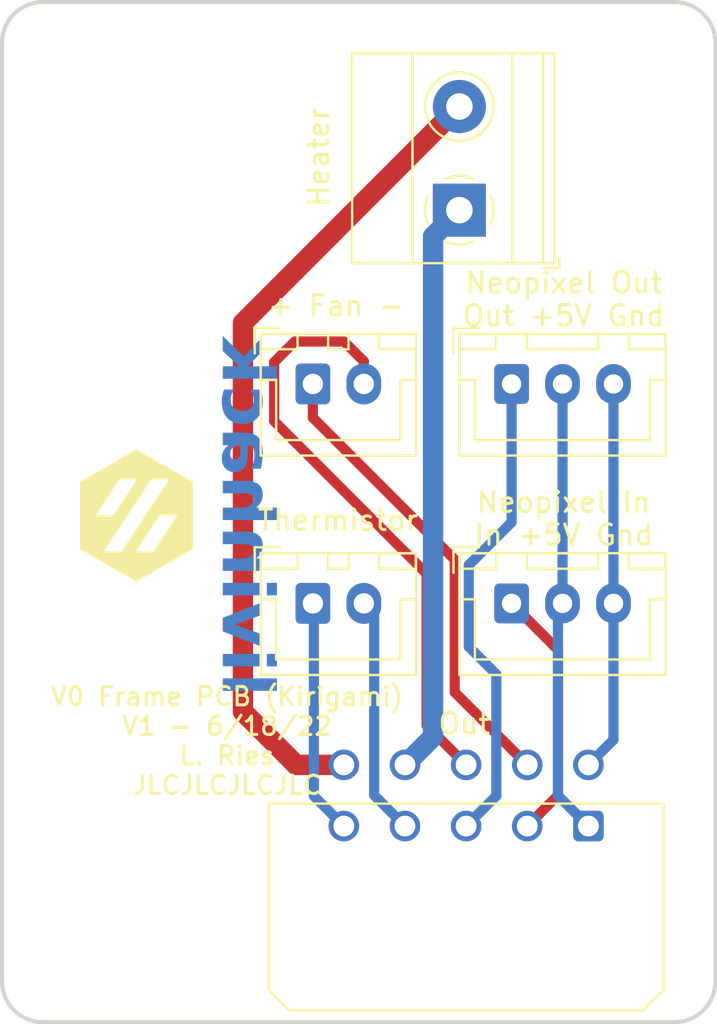
<source format=kicad_pcb>
(kicad_pcb (version 20221018) (generator pcbnew)
  (layers (0 "F.Cu" signal) (31 "B.Cu" signal) (34 "B.Paste" user) (35 "F.Paste" user) (36 "B.SilkS" user "B.Silkscreen") (37 "F.SilkS" user "F.Silkscreen") (38 "B.Mask" user) (39 "F.Mask" user) (44 "Edge.Cuts" user))
  (net 0 "")
  (net 1 "/Neopixel5V")
  (net 2 "/DataIn")
  (net 3 "/DataOut")
  (net 4 "/Thermistor-Pad2")
  (net 5 "/Thermistor-Pad1")
  (net 6 "/NeopixelGND")
  (net 7 "/Fan+")
  (net 8 "/Fan-")
  (net 9 "/Heater-Pad1")
  (net 10 "/Heater-Pad2")
  (footprint "MountingHole:MountingHole_3.2mm_M3" (layer "F.Cu") (at 252 69)
    (fp_text reference "H2" hide)
    (fp_text value "MountingHole_3.2mm_M3" hide)
    (pad "" np_thru_hole circle (at 0 0) (size 3.2 3.2) (drill 3.2) (layers "*.Cu" "*.Mask"))
  )
  (footprint "Connector_JST:JST_XH_B3B-XH-A_1x03_P2.50mm_Vertical" (layer "F.Cu") (at 270.5 43.72)
    (fp_text reference "J2" hide)
    (fp_text value "Neopixel out" hide)
    (fp_line (start -2.85 -2.75) (end -2.85 -1.5) (stroke (width 0.12)) (layer "F.SilkS"))
    (fp_line (start -2.56 -2.46) (end -2.56 3.51) (stroke (width 0.12)) (layer "F.SilkS"))
    (fp_line (start -2.56 3.51) (end 7.56 3.51) (stroke (width 0.12)) (layer "F.SilkS"))
    (fp_line (start -2.55 -2.45) (end -2.55 -1.7) (stroke (width 0.12)) (layer "F.SilkS"))
    (fp_line (start -2.55 -1.7) (end -0.75 -1.7) (stroke (width 0.12)) (layer "F.SilkS"))
    (fp_line (start -2.55 -0.2) (end -1.8 -0.2) (stroke (width 0.12)) (layer "F.SilkS"))
    (fp_line (start -1.8 -0.2) (end -1.8 2.75) (stroke (width 0.12)) (layer "F.SilkS"))
    (fp_line (start -1.8 2.75) (end 2.5 2.75) (stroke (width 0.12)) (layer "F.SilkS"))
    (fp_line (start -1.6 -2.75) (end -2.85 -2.75) (stroke (width 0.12)) (layer "F.SilkS"))
    (fp_line (start -0.75 -2.45) (end -2.55 -2.45) (stroke (width 0.12)) (layer "F.SilkS"))
    (fp_line (start -0.75 -1.7) (end -0.75 -2.45) (stroke (width 0.12)) (layer "F.SilkS"))
    (fp_line (start 0.75 -2.45) (end 0.75 -1.7) (stroke (width 0.12)) (layer "F.SilkS"))
    (fp_line (start 0.75 -1.7) (end 4.25 -1.7) (stroke (width 0.12)) (layer "F.SilkS"))
    (fp_line (start 4.25 -2.45) (end 0.75 -2.45) (stroke (width 0.12)) (layer "F.SilkS"))
    (fp_line (start 4.25 -1.7) (end 4.25 -2.45) (stroke (width 0.12)) (layer "F.SilkS"))
    (fp_line (start 5.75 -2.45) (end 5.75 -1.7) (stroke (width 0.12)) (layer "F.SilkS"))
    (fp_line (start 5.75 -1.7) (end 7.55 -1.7) (stroke (width 0.12)) (layer "F.SilkS"))
    (fp_line (start 6.8 -0.2) (end 6.8 2.75) (stroke (width 0.12)) (layer "F.SilkS"))
    (fp_line (start 6.8 2.75) (end 2.5 2.75) (stroke (width 0.12)) (layer "F.SilkS"))
    (fp_line (start 7.55 -2.45) (end 5.75 -2.45) (stroke (width 0.12)) (layer "F.SilkS"))
    (fp_line (start 7.55 -1.7) (end 7.55 -2.45) (stroke (width 0.12)) (layer "F.SilkS"))
    (fp_line (start 7.55 -0.2) (end 6.8 -0.2) (stroke (width 0.12)) (layer "F.SilkS"))
    (fp_line (start 7.56 -2.46) (end -2.56 -2.46) (stroke (width 0.12)) (layer "F.SilkS"))
    (fp_line (start 7.56 3.51) (end 7.56 -2.46) (stroke (width 0.12)) (layer "F.SilkS"))
    (pad "1" thru_hole roundrect (at 0 0) (size 1.7 1.95) (drill 0.95) (layers "*.Cu" "*.Mask") (roundrect_rratio 0.1470588235) (net 3 "/DataOut"))
    (pad "2" thru_hole oval (at 2.5 0) (size 1.7 1.95) (drill 0.95) (layers "*.Cu" "*.Mask") (net 1 "/Neopixel5V"))
    (pad "3" thru_hole oval (at 5 0) (size 1.7 1.95) (drill 0.95) (layers "*.Cu" "*.Mask") (net 6 "/NeopixelGND"))
  )
  (footprint "Connector_JST:JST_XH_B3B-XH-A_1x03_P2.50mm_Vertical" (layer "F.Cu") (at 270.5 54.475)
    (fp_text reference "J3" hide)
    (fp_text value "Neopixel in" hide)
    (fp_line (start -2.85 -2.75) (end -2.85 -1.5) (stroke (width 0.12)) (layer "F.SilkS"))
    (fp_line (start -2.56 -2.46) (end -2.56 3.51) (stroke (width 0.12)) (layer "F.SilkS"))
    (fp_line (start -2.56 3.51) (end 7.56 3.51) (stroke (width 0.12)) (layer "F.SilkS"))
    (fp_line (start -2.55 -2.45) (end -2.55 -1.7) (stroke (width 0.12)) (layer "F.SilkS"))
    (fp_line (start -2.55 -1.7) (end -0.75 -1.7) (stroke (width 0.12)) (layer "F.SilkS"))
    (fp_line (start -2.55 -0.2) (end -1.8 -0.2) (stroke (width 0.12)) (layer "F.SilkS"))
    (fp_line (start -1.8 -0.2) (end -1.8 2.75) (stroke (width 0.12)) (layer "F.SilkS"))
    (fp_line (start -1.8 2.75) (end 2.5 2.75) (stroke (width 0.12)) (layer "F.SilkS"))
    (fp_line (start -1.6 -2.75) (end -2.85 -2.75) (stroke (width 0.12)) (layer "F.SilkS"))
    (fp_line (start -0.75 -2.45) (end -2.55 -2.45) (stroke (width 0.12)) (layer "F.SilkS"))
    (fp_line (start -0.75 -1.7) (end -0.75 -2.45) (stroke (width 0.12)) (layer "F.SilkS"))
    (fp_line (start 0.75 -2.45) (end 0.75 -1.7) (stroke (width 0.12)) (layer "F.SilkS"))
    (fp_line (start 0.75 -1.7) (end 4.25 -1.7) (stroke (width 0.12)) (layer "F.SilkS"))
    (fp_line (start 4.25 -2.45) (end 0.75 -2.45) (stroke (width 0.12)) (layer "F.SilkS"))
    (fp_line (start 4.25 -1.7) (end 4.25 -2.45) (stroke (width 0.12)) (layer "F.SilkS"))
    (fp_line (start 5.75 -2.45) (end 5.75 -1.7) (stroke (width 0.12)) (layer "F.SilkS"))
    (fp_line (start 5.75 -1.7) (end 7.55 -1.7) (stroke (width 0.12)) (layer "F.SilkS"))
    (fp_line (start 6.8 -0.2) (end 6.8 2.75) (stroke (width 0.12)) (layer "F.SilkS"))
    (fp_line (start 6.8 2.75) (end 2.5 2.75) (stroke (width 0.12)) (layer "F.SilkS"))
    (fp_line (start 7.55 -2.45) (end 5.75 -2.45) (stroke (width 0.12)) (layer "F.SilkS"))
    (fp_line (start 7.55 -1.7) (end 7.55 -2.45) (stroke (width 0.12)) (layer "F.SilkS"))
    (fp_line (start 7.55 -0.2) (end 6.8 -0.2) (stroke (width 0.12)) (layer "F.SilkS"))
    (fp_line (start 7.56 -2.46) (end -2.56 -2.46) (stroke (width 0.12)) (layer "F.SilkS"))
    (fp_line (start 7.56 3.51) (end 7.56 -2.46) (stroke (width 0.12)) (layer "F.SilkS"))
    (pad "1" thru_hole roundrect (at 0 0) (size 1.7 1.95) (drill 0.95) (layers "*.Cu" "*.Mask") (roundrect_rratio 0.1470588235) (net 2 "/DataIn"))
    (pad "2" thru_hole oval (at 2.5 0) (size 1.7 1.95) (drill 0.95) (layers "*.Cu" "*.Mask") (net 1 "/Neopixel5V"))
    (pad "3" thru_hole oval (at 5 0) (size 1.7 1.95) (drill 0.95) (layers "*.Cu" "*.Mask") (net 6 "/NeopixelGND"))
  )
  (footprint "KiriPCB:METZ CONNECT USA Inc. - TERM BLK 2P SIDE ENT 5.08MM PCB" (layer "F.Cu") (at 267.94 35.2 90)
    (fp_text reference "J5" hide)
    (fp_text value "Heater" hide)
    (fp_line (start -2.84 4.16) (end -2.84 4.9) (stroke (width 0.12)) (layer "F.SilkS"))
    (fp_line (start -2.84 4.9) (end -2.34 4.9) (stroke (width 0.12)) (layer "F.SilkS"))
    (fp_line (start -2.6 -5.261) (end -2.6 4.66) (stroke (width 0.12)) (layer "F.SilkS"))
    (fp_line (start -2.6 -5.261) (end 7.68 -5.261) (stroke (width 0.12)) (layer "F.SilkS"))
    (fp_line (start -2.6 -2.301) (end 7.68 -2.301) (stroke (width 0.12)) (layer "F.SilkS"))
    (fp_line (start -2.6 2.6) (end 7.68 2.6) (stroke (width 0.12)) (layer "F.SilkS"))
    (fp_line (start -2.6 4.1) (end 7.68 4.1) (stroke (width 0.12)) (layer "F.SilkS"))
    (fp_line (start -2.6 4.66) (end 7.68 4.66) (stroke (width 0.12)) (layer "F.SilkS"))
    (fp_line (start 3.853 1.023) (end 3.806 1.069) (stroke (width 0.12)) (layer "F.SilkS"))
    (fp_line (start 4.046 1.239) (end 4.011 1.274) (stroke (width 0.12)) (layer "F.SilkS"))
    (fp_line (start 6.15 -1.275) (end 6.115 -1.239) (stroke (width 0.12)) (layer "F.SilkS"))
    (fp_line (start 6.355 -1.069) (end 6.308 -1.023) (stroke (width 0.12)) (layer "F.SilkS"))
    (fp_line (start 7.68 -5.261) (end 7.68 4.66) (stroke (width 0.12)) (layer "F.SilkS"))
    (fp_arc (start -1.535427 0.683042) (mid -1.680501 -0.000524) (end -1.535 -0.684) (stroke (width 0.12)) (layer "F.SilkS"))
    (fp_arc (start -0.683042 -1.535427) (mid 0.000524 -1.680501) (end 0.684 -1.535) (stroke (width 0.12)) (layer "F.SilkS"))
    (fp_arc (start 0.028805 1.680253) (mid -0.335551 1.646659) (end -0.684 1.535) (stroke (width 0.12)) (layer "F.SilkS"))
    (fp_arc (start 0.683318 1.534756) (mid 0.349292 1.643288) (end 0 1.68) (stroke (width 0.12)) (layer "F.SilkS"))
    (fp_arc (start 1.535427 -0.683042) (mid 1.680501 0.000524) (end 1.535 0.684) (stroke (width 0.12)) (layer "F.SilkS"))
    (fp_circle (center 5.08 0) (end 6.76 0) (stroke (width 0.12)) (fill none) (layer "F.SilkS"))
    (pad "1" thru_hole rect (at 0 0 90) (size 2.6 2.6) (drill 1.3) (layers "*.Cu" "*.Mask") (net 9 "/Heater-Pad1"))
    (pad "2" thru_hole circle (at 5.08 0 90) (size 2.6 2.6) (drill 1.3) (layers "*.Cu" "*.Mask") (net 10 "/Heater-Pad2"))
  )
  (footprint "Connector_JST:JST_XH_B2B-XH-A_1x02_P2.50mm_Vertical" (layer "F.Cu") (at 260.75 54.475)
    (fp_text reference "J6" hide)
    (fp_text value "Thermistor" hide)
    (fp_line (start -2.85 -2.75) (end -2.85 -1.5) (stroke (width 0.12)) (layer "F.SilkS"))
    (fp_line (start -2.56 -2.46) (end -2.56 3.51) (stroke (width 0.12)) (layer "F.SilkS"))
    (fp_line (start -2.56 3.51) (end 5.06 3.51) (stroke (width 0.12)) (layer "F.SilkS"))
    (fp_line (start -2.55 -2.45) (end -2.55 -1.7) (stroke (width 0.12)) (layer "F.SilkS"))
    (fp_line (start -2.55 -1.7) (end -0.75 -1.7) (stroke (width 0.12)) (layer "F.SilkS"))
    (fp_line (start -2.55 -0.2) (end -1.8 -0.2) (stroke (width 0.12)) (layer "F.SilkS"))
    (fp_line (start -1.8 -0.2) (end -1.8 2.75) (stroke (width 0.12)) (layer "F.SilkS"))
    (fp_line (start -1.8 2.75) (end 1.25 2.75) (stroke (width 0.12)) (layer "F.SilkS"))
    (fp_line (start -1.6 -2.75) (end -2.85 -2.75) (stroke (width 0.12)) (layer "F.SilkS"))
    (fp_line (start -0.75 -2.45) (end -2.55 -2.45) (stroke (width 0.12)) (layer "F.SilkS"))
    (fp_line (start -0.75 -1.7) (end -0.75 -2.45) (stroke (width 0.12)) (layer "F.SilkS"))
    (fp_line (start 0.75 -2.45) (end 0.75 -1.7) (stroke (width 0.12)) (layer "F.SilkS"))
    (fp_line (start 0.75 -1.7) (end 1.75 -1.7) (stroke (width 0.12)) (layer "F.SilkS"))
    (fp_line (start 1.75 -2.45) (end 0.75 -2.45) (stroke (width 0.12)) (layer "F.SilkS"))
    (fp_line (start 1.75 -1.7) (end 1.75 -2.45) (stroke (width 0.12)) (layer "F.SilkS"))
    (fp_line (start 3.25 -2.45) (end 3.25 -1.7) (stroke (width 0.12)) (layer "F.SilkS"))
    (fp_line (start 3.25 -1.7) (end 5.05 -1.7) (stroke (width 0.12)) (layer "F.SilkS"))
    (fp_line (start 4.3 -0.2) (end 4.3 2.75) (stroke (width 0.12)) (layer "F.SilkS"))
    (fp_line (start 4.3 2.75) (end 1.25 2.75) (stroke (width 0.12)) (layer "F.SilkS"))
    (fp_line (start 5.05 -2.45) (end 3.25 -2.45) (stroke (width 0.12)) (layer "F.SilkS"))
    (fp_line (start 5.05 -1.7) (end 5.05 -2.45) (stroke (width 0.12)) (layer "F.SilkS"))
    (fp_line (start 5.05 -0.2) (end 4.3 -0.2) (stroke (width 0.12)) (layer "F.SilkS"))
    (fp_line (start 5.06 -2.46) (end -2.56 -2.46) (stroke (width 0.12)) (layer "F.SilkS"))
    (fp_line (start 5.06 3.51) (end 5.06 -2.46) (stroke (width 0.12)) (layer "F.SilkS"))
    (pad "1" thru_hole roundrect (at 0 0) (size 1.7 2) (drill 1) (layers "*.Cu" "*.Mask") (roundrect_rratio 0.1470588235) (net 5 "/Thermistor-Pad1"))
    (pad "2" thru_hole oval (at 2.5 0) (size 1.7 2) (drill 1) (layers "*.Cu" "*.Mask") (net 4 "/Thermistor-Pad2"))
  )
  (footprint "MountingHole:MountingHole_3.2mm_M3" (layer "F.Cu") (at 252.01 31)
    (fp_text reference "H1" hide)
    (fp_text value "MountingHole_3.2mm_M3" hide)
    (pad "" np_thru_hole circle (at 0 0) (size 3.2 3.2) (drill 3.2) (layers "*.Cu" "*.Mask"))
  )
  (footprint "KiriPCB:Molex_Micro-Fit_3.0_43045-1000_2x05_P3.00mm_Horizontal" (layer "F.Cu") (at 274.27 65.39 180)
    (fp_text reference "J1" hide)
    (fp_text value "Out" hide)
    (fp_line (start -3.685 -8.03) (end -2.685 -9.03) (stroke (width 0.12)) (layer "F.SilkS"))
    (fp_line (start -3.685 1.1) (end -3.685 -8.03) (stroke (width 0.12)) (layer "F.SilkS"))
    (fp_line (start -2.685 -9.03) (end 14.685 -9.03) (stroke (width 0.12)) (layer "F.SilkS"))
    (fp_line (start 14.685 -9.03) (end 15.685 -8.03) (stroke (width 0.12)) (layer "F.SilkS"))
    (fp_line (start 15.685 -8.03) (end 15.685 1.1) (stroke (width 0.12)) (layer "F.SilkS"))
    (fp_line (start 15.685 1.1) (end -3.685 1.1) (stroke (width 0.12)) (layer "F.SilkS"))
    (pad "" np_thru_hole circle (at 2.16 -4.32 180) (size 3 3) (drill 3) (layers "*.Cu" "*.Mask"))
    (pad "" np_thru_hole circle (at 9.86 -4.32 180) (size 3 3) (drill 3) (layers "*.Cu" "*.Mask"))
    (pad "1" thru_hole roundrect (at 0 0 180) (size 1.5 1.5) (drill 1.02) (layers "*.Cu" "*.Mask") (roundrect_rratio 0.1666673333) (net 1 "/Neopixel5V"))
    (pad "2" thru_hole circle (at 3 0 180) (size 1.5 1.5) (drill 1.02) (layers "*.Cu" "*.Mask") (net 2 "/DataIn"))
    (pad "3" thru_hole circle (at 6 0 180) (size 1.5 1.5) (drill 1.02) (layers "*.Cu" "*.Mask") (net 3 "/DataOut"))
    (pad "4" thru_hole circle (at 9 0 180) (size 1.5 1.5) (drill 1.02) (layers "*.Cu" "*.Mask") (net 4 "/Thermistor-Pad2"))
    (pad "5" thru_hole circle (at 12 0 180) (size 1.5 1.5) (drill 1.02) (layers "*.Cu" "*.Mask") (net 5 "/Thermistor-Pad1"))
    (pad "6" thru_hole circle (at 0 3 180) (size 1.5 1.5) (drill 1.02) (layers "*.Cu" "*.Mask") (net 6 "/NeopixelGND"))
    (pad "7" thru_hole circle (at 3 3 180) (size 1.5 1.5) (drill 1.02) (layers "*.Cu" "*.Mask") (net 7 "/Fan+"))
    (pad "8" thru_hole circle (at 6 3 180) (size 1.5 1.5) (drill 1.02) (layers "*.Cu" "*.Mask") (net 8 "/Fan-"))
    (pad "9" thru_hole circle (at 9 3 180) (size 1.5 1.5) (drill 1.02) (layers "*.Cu" "*.Mask") (net 9 "/Heater-Pad1"))
    (pad "10" thru_hole circle (at 12 3 180) (size 1.5 1.5) (drill 1.02) (layers "*.Cu" "*.Mask") (net 10 "/Heater-Pad2"))
  )
  (footprint "TRA_KiCad_Footprints:VoronLogo_6pt5mm_silkScreen" (layer "F.Cu") (at 252.095 50.165)
    (fp_text reference "G***" hide)
    (fp_text value "LOGO" hide)
    (fp_poly (pts (xy 2.7686 -1.64985) (xy 2.7686 1.649849) (xy 1.379308 2.450524) (xy 1.039339 2.646185) (xy 0.729012 2.824267) (xy 0.458882 2.978754) (xy 0.239505 3.10363) (xy 0.081439 3.192877) (xy -0.004761 3.240478) (xy -0.017692 3.24677) (xy -0.061819 3.221166) (xy -0.183209 3.150713) (xy -0.371255 3.041566) (xy -0.615351 2.899881) (xy -0.904891 2.731815) (xy -1.229269 2.543525) (xy -1.397 2.446162) (xy -2.622352 1.734876) (xy -1.566334 1.734876) (xy -1.527559 1.754402) (xy -1.409521 1.769187) (xy -1.234533 1.776891) (xy -1.159934 1.777479) (xy -0.7366 1.776959) (xy -0.722179 1.755076) (xy 0 1.755076) (xy 0.04685 1.765563) (xy 0.171616 1.7735) (xy 0.350623 1.777596) (xy 0.4191 1.777886) (xy 0.8382 1.777772) (xy 1.3208 1.034043) (xy 1.485838 0.779678) (xy 1.637963 0.545166) (xy 1.765863 0.347951) (xy 1.858223 0.205476) (xy 1.897288 0.145156) (xy 1.991177 0) (xy 1.129093 0) (xy 0.564546 0.866076) (xy 0.394034 1.128735) (xy 0.244186 1.361619) (xy 0.123286 1.551683) (xy 0.039618 1.685882) (xy 0.001465 1.751172) (xy 0 1.755076) (xy -0.722179 1.755076) (xy 0.4064 0.042603) (xy 0.654036 -0.333568) (xy 0.884037 -0.683745) (xy 1.09042 -0.998762) (xy 1.267202 -1.269449) (xy 1.408399 -1.486639) (xy 1.508029 -1.641163) (xy 1.560108 -1.723852) (xy 1.566333 -1.734877) (xy 1.527558 -1.754403) (xy 1.40952 -1.769188) (xy 1.234532 -1.776892) (xy 1.159933 -1.77748) (xy 0.7366 -1.77696) (xy -0.4064 -0.042604) (xy -0.654037 0.333567) (xy -0.884038 0.683744) (xy -1.090421 0.998761) (xy -1.267203 1.269448) (xy -1.4084 1.486638) (xy -1.50803 1.641162) (xy -1.560109 1.723851) (xy -1.566334 1.734876) (xy -2.622352 1.734876) (xy -2.7686 1.649983) (xy -2.7686 0) (xy -1.991178 0) (xy -1.129094 0) (xy -0.564547 -0.866077) (xy -0.394035 -1.128736) (xy -0.244187 -1.36162) (xy -0.123287 -1.551684) (xy -0.039619 -1.685883) (xy -0.001466 -1.751173) (xy 0 -1.755077) (xy -0.046851 -1.765564) (xy -0.171617 -1.773501) (xy -0.350624 -1.777597) (xy -0.4191 -1.777887) (xy -0.8382 -1.777773) (xy -1.3208 -1.034044) (xy -1.485839 -0.779679) (xy -1.637964 -0.545167) (xy -1.765864 -0.347952) (xy -1.858224 -0.205477) (xy -1.897289 -0.145157) (xy -1.991178 0) (xy -2.7686 0) (xy -2.7686 -1.64985) (xy 0 -3.245448) (xy 2.7686 -1.64985)) (stroke (width 0.01)) (fill solid) (layer "F.SilkS"))
  )
  (footprint "Connector_JST:JST_XH_B2B-XH-A_1x02_P2.50mm_Vertical" (layer "F.Cu") (at 260.75 43.72)
    (fp_text reference "J4" hide)
    (fp_text value "Fan" hide)
    (fp_line (start -2.85 -2.75) (end -2.85 -1.5) (stroke (width 0.12)) (layer "F.SilkS"))
    (fp_line (start -2.56 -2.46) (end -2.56 3.51) (stroke (width 0.12)) (layer "F.SilkS"))
    (fp_line (start -2.56 3.51) (end 5.06 3.51) (stroke (width 0.12)) (layer "F.SilkS"))
    (fp_line (start -2.55 -2.45) (end -2.55 -1.7) (stroke (width 0.12)) (layer "F.SilkS"))
    (fp_line (start -2.55 -1.7) (end -0.75 -1.7) (stroke (width 0.12)) (layer "F.SilkS"))
    (fp_line (start -2.55 -0.2) (end -1.8 -0.2) (stroke (width 0.12)) (layer "F.SilkS"))
    (fp_line (start -1.8 -0.2) (end -1.8 2.75) (stroke (width 0.12)) (layer "F.SilkS"))
    (fp_line (start -1.8 2.75) (end 1.25 2.75) (stroke (width 0.12)) (layer "F.SilkS"))
    (fp_line (start -1.6 -2.75) (end -2.85 -2.75) (stroke (width 0.12)) (layer "F.SilkS"))
    (fp_line (start -0.75 -2.45) (end -2.55 -2.45) (stroke (width 0.12)) (layer "F.SilkS"))
    (fp_line (start -0.75 -1.7) (end -0.75 -2.45) (stroke (width 0.12)) (layer "F.SilkS"))
    (fp_line (start 0.75 -2.45) (end 0.75 -1.7) (stroke (width 0.12)) (layer "F.SilkS"))
    (fp_line (start 0.75 -1.7) (end 1.75 -1.7) (stroke (width 0.12)) (layer "F.SilkS"))
    (fp_line (start 1.75 -2.45) (end 0.75 -2.45) (stroke (width 0.12)) (layer "F.SilkS"))
    (fp_line (start 1.75 -1.7) (end 1.75 -2.45) (stroke (width 0.12)) (layer "F.SilkS"))
    (fp_line (start 3.25 -2.45) (end 3.25 -1.7) (stroke (width 0.12)) (layer "F.SilkS"))
    (fp_line (start 3.25 -1.7) (end 5.05 -1.7) (stroke (width 0.12)) (layer "F.SilkS"))
    (fp_line (start 4.3 -0.2) (end 4.3 2.75) (stroke (width 0.12)) (layer "F.SilkS"))
    (fp_line (start 4.3 2.75) (end 1.25 2.75) (stroke (width 0.12)) (layer "F.SilkS"))
    (fp_line (start 5.05 -2.45) (end 3.25 -2.45) (stroke (width 0.12)) (layer "F.SilkS"))
    (fp_line (start 5.05 -1.7) (end 5.05 -2.45) (stroke (width 0.12)) (layer "F.SilkS"))
    (fp_line (start 5.05 -0.2) (end 4.3 -0.2) (stroke (width 0.12)) (layer "F.SilkS"))
    (fp_line (start 5.06 -2.46) (end -2.56 -2.46) (stroke (width 0.12)) (layer "F.SilkS"))
    (fp_line (start 5.06 3.51) (end 5.06 -2.46) (stroke (width 0.12)) (layer "F.SilkS"))
    (pad "1" thru_hole roundrect (at 0 0) (size 1.7 2) (drill 1) (layers "*.Cu" "*.Mask") (roundrect_rratio 0.1470588235) (net 7 "/Fan+"))
    (pad "2" thru_hole oval (at 2.5 0) (size 1.7 2) (drill 1) (layers "*.Cu" "*.Mask") (net 8 "/Fan-"))
  )
  (gr_line (start 245.5 73) (end 245.5 27) (stroke (width 0.2)) (layer "Edge.Cuts"))
  (gr_line (start 278.5 75) (end 247.5 75) (stroke (width 0.2)) (layer "Edge.Cuts"))
  (gr_line (start 247.5 25) (end 278.5 25) (stroke (width 0.2)) (layer "Edge.Cuts"))
  (gr_line (start 280.5 27) (end 280.5 73) (stroke (width 0.2)) (layer "Edge.Cuts"))
  (gr_arc (start 247.5 75) (mid 246.085786 74.414214) (end 245.5 73) (stroke (width 0.2)) (layer "Edge.Cuts"))
  (gr_arc (start 278.5 25) (mid 279.914214 25.585786) (end 280.5 27) (stroke (width 0.2)) (layer "Edge.Cuts"))
  (gr_arc (start 280.5 73) (mid 279.914214 74.414214) (end 278.5 75) (stroke (width 0.2)) (layer "Edge.Cuts"))
  (gr_arc (start 245.5 27) (mid 246.085786 25.585786) (end 247.5 25) (stroke (width 0.2)) (layer "Edge.Cuts"))
  (gr_text "livinhack" (at 255.905 59.055 -90) (layer "B.Cu") (effects (font (size 2.5 2.5) (thickness 0.3) bold) (justify left bottom mirror)))
  (gr_text "Thermistor" (at 261.98 50.4) (layer "F.SilkS") (effects (font (size 1 1))))
  (gr_text "V0 Frame PCB (Kirigami)\nV1 - 6/18/22\nL. Ries\nJLCJLCJLCJLC" (at 256.54 61.214) (layer "F.SilkS") (effects (font (size 0.9 0.9) (thickness 0.15) bold)))
  (gr_text "Neopixel Out\nOut +5V Gnd" (at 273.06 39.57) (layer "F.SilkS") (effects (font (size 1 1))))
  (gr_text "Heater" (at 261.04 32.61 90) (layer "F.SilkS") (effects (font (size 1 1))))
  (gr_text "Neopixel In\nIn +5V Gnd" (at 273.06 50.32) (layer "F.SilkS") (effects (font (size 1 1))))
  (gr_text "+ Fan -" (at 261.89 39.89) (layer "F.SilkS") (effects (font (size 1 1))))
  (gr_text "Out" (at 268.18 60.37) (layer "F.SilkS") (effects (font (size 1 1))))
  (segment (start 272.77609 63.89609) (end 272.77609 54.69891) (width 0.5) (layer "B.Cu") (net 1))
  (segment (start 273 43.72) (end 273 54.475) (width 0.5) (layer "B.Cu") (net 1))
  (segment (start 274.27 65.39) (end 272.77609 63.89609) (width 0.5) (layer "B.Cu") (net 1))
  (segment (start 272.77609 63.88391) (end 271.27 65.39) (width 0.5) (layer "F.Cu") (net 2))
  (segment (start 272.77609 56.75109) (end 272.77609 63.88391) (width 0.5) (layer "F.Cu") (net 2))
  (segment (start 270.5 54.475) (end 272.77609 56.75109) (width 0.5) (layer "F.Cu") (net 2))
  (segment (start 269.753232 63.906768) (end 268.27 65.39) (width 0.5) (layer "B.Cu") (net 3))
  (segment (start 269.753232 57.953232) (end 269.753232 63.906768) (width 0.5) (layer "B.Cu") (net 3))
  (segment (start 270.5 43.72) (end 270.5 50.5) (width 0.5) (layer "B.Cu") (net 3))
  (segment (start 268.4 56.6) (end 269.753232 57.953232) (width 0.5) (layer "B.Cu") (net 3))
  (segment (start 268.4 52.6) (end 268.4 56.6) (width 0.5) (layer "B.Cu") (net 3))
  (segment (start 270.5 50.5) (end 268.4 52.6) (width 0.5) (layer "B.Cu") (net 3))
  (segment (start 263.25 54.475) (end 263.758046 54.983046) (width 0.5) (layer "B.Cu") (net 4))
  (segment (start 263.758046 54.983046) (end 263.758046 63.878046) (width 0.5) (layer "B.Cu") (net 4))
  (segment (start 263.758046 63.878046) (end 265.27 65.39) (width 0.5) (layer "B.Cu") (net 4))
  (segment (start 260.8 63.92) (end 262.27 65.39) (width 0.5) (layer "B.Cu") (net 5))
  (segment (start 260.8 54.525) (end 260.8 63.92) (width 0.5) (layer "B.Cu") (net 5))
  (segment (start 275.5 43.72) (end 275.5 54.475) (width 0.5) (layer "B.Cu") (net 6))
  (segment (start 275.5 54.475) (end 275.5 61.16) (width 0.5) (layer "B.Cu") (net 6))
  (segment (start 275.5 61.16) (end 274.27 62.39) (width 0.5) (layer "B.Cu") (net 6))
  (segment (start 267.71 58.83) (end 267.71 52.33) (width 0.5) (layer "F.Cu") (net 7))
  (segment (start 271.27 62.39) (end 267.71 58.83) (width 0.5) (layer "F.Cu") (net 7))
  (segment (start 260.75 45.37) (end 260.75 43.72) (width 0.5) (layer "F.Cu") (net 7))
  (segment (start 267.71 52.33) (end 260.75 45.37) (width 0.5) (layer "F.Cu") (net 7))
  (segment (start 263.25 42.61) (end 262.28 41.64) (width 0.5) (layer "F.Cu") (net 8))
  (segment (start 258.85 45.54) (end 266.33 53.02) (width 0.5) (layer "F.Cu") (net 8))
  (segment (start 258.85 42.65) (end 258.85 45.54) (width 0.5) (layer "F.Cu") (net 8))
  (segment (start 263.25 43.72) (end 263.25 42.61) (width 0.5) (layer "F.Cu") (net 8))
  (segment (start 262.28 41.64) (end 259.86 41.64) (width 0.5) (layer "F.Cu") (net 8))
  (segment (start 259.86 41.64) (end 258.85 42.65) (width 0.5) (layer "F.Cu") (net 8))
  (segment (start 266.33 60.45) (end 268.27 62.39) (width 0.5) (layer "F.Cu") (net 8))
  (segment (start 266.33 53.02) (end 266.33 60.45) (width 0.5) (layer "F.Cu") (net 8))
  (segment (start 266.65 61.01) (end 266.65 36.49) (width 1) (layer "B.Cu") (net 9))
  (segment (start 265.27 62.39) (end 266.65 61.01) (width 1) (layer "B.Cu") (net 9))
  (segment (start 266.65 36.49) (end 267.94 35.2) (width 1) (layer "B.Cu") (net 9))
  (segment (start 257.32 59.78) (end 257.32 40.73) (width 1) (layer "F.Cu") (net 10))
  (segment (start 257.32 40.73) (end 267.93 30.12) (width 1) (layer "F.Cu") (net 10))
  (segment (start 259.93 62.39) (end 257.32 59.78) (width 1) (layer "F.Cu") (net 10))
  (segment (start 262.27 62.39) (end 259.93 62.39) (width 1) (layer "F.Cu") (net 10))
)
</source>
